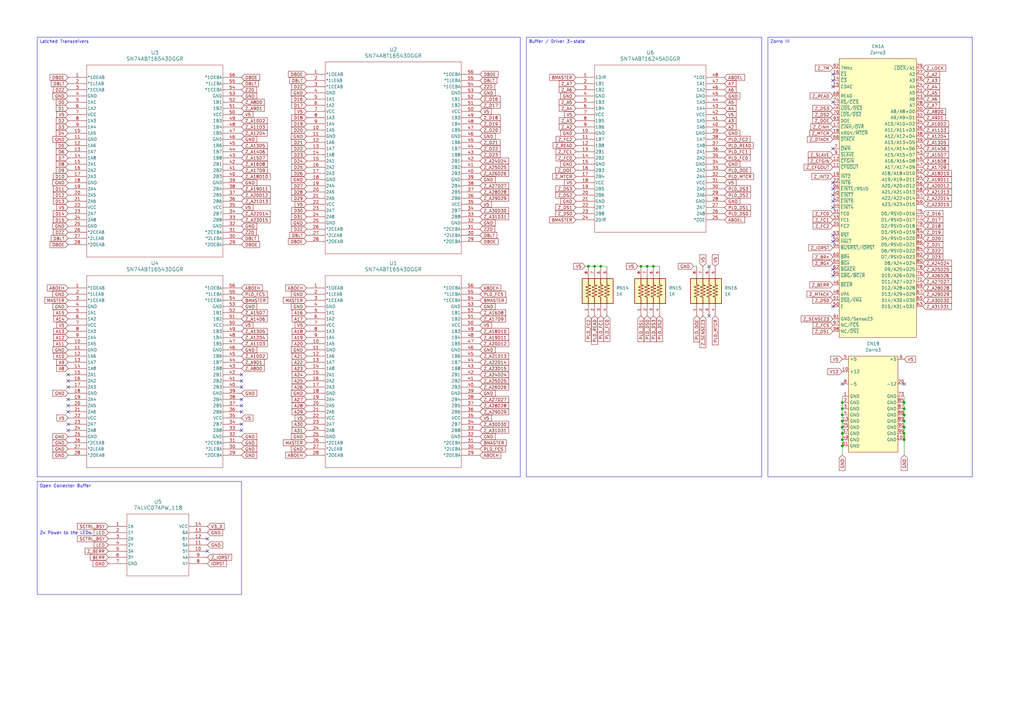
<source format=kicad_sch>
(kicad_sch (version 20250114) (generator "eeschema") (generator_version "9.0")
  (paper "A3")
  (title_block (title "A4092") (date "2026-01-08") (rev "REV C") (company "amiga.technology"))
  (text "2x Power to the LEDs." (at 27.178 218.694 0) (effects (font (size 1.27 1.27))))
  (text_box "Buffer / Driver 3-state\n" (at 215.9 15.24 0) (size 96.52 180.34) (margins 0.9525 0.9525 0.9525 0.9525) (effects (font (size 1.27 1.27)) (justify left top)))
  (text_box "Latched Transceivers" (at 15.24 15.24 0) (size 198.12 180.34) (margins 0.9525 0.9525 0.9525 0.9525) (effects (font (size 1.27 1.27)) (justify left top)))
  (text_box "Open Collector Buffer\n" (at 15.24 197.485 0) (size 83.82 46.355) (margins 0.9525 0.9525 0.9525 0.9525) (effects (font (size 1.27 1.27)) (justify left top)))
  (text_box "Zorro III" (at 314.96 15.24 0) (size 83.82 180.34) (margins 0.9525 0.9525 0.9525 0.9525) (effects (font (size 1.27 1.27)) (justify left top)))
  (junction (at 345.44 182.88))
  (junction (at 246.38 109.22))
  (junction (at 345.44 175.26))
  (junction (at 267.97 109.22))
  (junction (at 262.89 109.22))
  (junction (at 370.84 175.26))
  (junction (at 370.84 165.1))
  (junction (at 241.3 109.22))
  (junction (at 370.84 172.72))
  (junction (at 345.44 167.64))
  (junction (at 345.44 170.18))
  (junction (at 345.44 180.34))
  (junction (at 370.84 170.18))
  (junction (at 345.44 172.72))
  (junction (at 370.84 177.8))
  (junction (at 345.44 165.1))
  (junction (at 370.84 167.64))
  (junction (at 265.43 109.22))
  (junction (at 243.84 109.22))
  (junction (at 345.44 177.8))
  (junction (at 370.84 180.34))
  (no_connect (at 27.94 173.99))
  (no_connect (at 341.63 80.01))
  (no_connect (at 27.94 168.91))
  (no_connect (at 370.84 157.48))
  (no_connect (at 341.63 60.96))
  (no_connect (at 85.09 226.06))
  (no_connect (at 99.06 166.37))
  (no_connect (at 341.63 85.09))
  (no_connect (at 99.06 176.53))
  (no_connect (at 341.63 35.56))
  (no_connect (at 99.06 158.75))
  (no_connect (at 341.63 41.91))
  (no_connect (at 341.63 96.52))
  (no_connect (at 341.63 74.93))
  (no_connect (at 27.94 166.37))
  (no_connect (at 27.94 176.53))
  (no_connect (at 341.63 125.73))
  (no_connect (at 341.63 33.02))
  (no_connect (at 85.09 220.98))
  (no_connect (at 99.06 163.83))
  (no_connect (at 341.63 99.06))
  (no_connect (at 99.06 156.21))
  (no_connect (at 99.06 168.91))
  (no_connect (at 290.83 109.22))
  (no_connect (at 27.94 156.21))
  (no_connect (at 99.06 153.67))
  (no_connect (at 99.06 173.99))
  (no_connect (at 290.83 129.54))
  (no_connect (at 341.63 77.47))
  (no_connect (at 341.63 30.48))
  (no_connect (at 341.63 110.49))
  (no_connect (at 341.63 82.55))
  (no_connect (at 27.94 158.75))
  (no_connect (at 345.44 157.48))
  (no_connect (at 27.94 163.83))
  (no_connect (at 27.94 153.67))
  (no_connect (at 341.63 113.03))
  (wire (pts (xy 345.44 167.64) (xy 345.44 170.18)))
  (wire (pts (xy 345.44 180.34) (xy 345.44 182.88)))
  (wire (pts (xy 241.3 109.22) (xy 243.84 109.22)))
  (wire (pts (xy 370.84 180.34) (xy 370.84 186.69)))
  (wire (pts (xy 345.44 172.72) (xy 345.44 175.26)))
  (wire (pts (xy 243.84 109.22) (xy 246.38 109.22)))
  (wire (pts (xy 262.89 109.22) (xy 265.43 109.22)))
  (wire (pts (xy 240.03 109.22) (xy 241.3 109.22)))
  (wire (pts (xy 370.84 162.56) (xy 370.84 165.1)))
  (wire (pts (xy 246.38 109.22) (xy 248.92 109.22)))
  (wire (pts (xy 345.44 170.18) (xy 345.44 172.72)))
  (wire (pts (xy 370.84 170.18) (xy 370.84 172.72)))
  (wire (pts (xy 345.44 175.26) (xy 345.44 177.8)))
  (wire (pts (xy 265.43 109.22) (xy 267.97 109.22)))
  (wire (pts (xy 284.48 109.22) (xy 285.75 109.22)))
  (wire (pts (xy 267.97 109.22) (xy 270.51 109.22)))
  (wire (pts (xy 370.84 172.72) (xy 370.84 175.26)))
  (wire (pts (xy 370.84 167.64) (xy 370.84 170.18)))
  (wire (pts (xy 345.44 182.88) (xy 345.44 186.69)))
  (wire (pts (xy 345.44 165.1) (xy 345.44 167.64)))
  (wire (pts (xy 370.84 175.26) (xy 370.84 177.8)))
  (wire (pts (xy 370.84 177.8) (xy 370.84 180.34)))
  (wire (pts (xy 261.62 109.22) (xy 262.89 109.22)))
  (wire (pts (xy 345.44 177.8) (xy 345.44 180.34)))
  (wire (pts (xy 370.84 165.1) (xy 370.84 167.64)))
  (wire (pts (xy 345.44 162.56) (xy 345.44 165.1)))
  (global_label "D7" (shape input) (at 27.94 64.77 180) (property "Intersheetrefs" "${INTERSHEET_REFS}" (effects (hide yes))))
  (global_label "Z_DOE" (shape input) (at 341.63 49.53 180) (property "Intersheetrefs" "${INTERSHEET_REFS}" (effects (hide yes))))
  (global_label "ABOEH" (shape input) (at 196.85 118.11 0) (property "Intersheetrefs" "${INTERSHEET_REFS}" (effects (hide yes))))
  (global_label "V5" (shape input) (at 99.06 133.35 0) (property "Intersheetrefs" "${INTERSHEET_REFS}" (effects (hide yes))))
  (global_label "Z_A21D13" (shape input) (at 378.46 78.74 0) (property "Intersheetrefs" "${INTERSHEET_REFS}" (effects (hide yes))))
  (global_label "A9" (shape input) (at 27.94 148.59 180) (property "Intersheetrefs" "${INTERSHEET_REFS}" (effects (hide yes))))
  (global_label "V5" (shape input) (at 293.37 109.22 90) (property "Intersheetrefs" "${INTERSHEET_REFS}" (effects (hide yes))))
  (global_label "D23" (shape input) (at 125.73 63.5 180) (property "Intersheetrefs" "${INTERSHEET_REFS}" (effects (hide yes))))
  (global_label "Z_A11D3" (shape input) (at 99.06 140.97 0) (property "Intersheetrefs" "${INTERSHEET_REFS}" (effects (hide yes))))
  (global_label "D20" (shape input) (at 125.73 53.34 180) (property "Intersheetrefs" "${INTERSHEET_REFS}" (effects (hide yes))))
  (global_label "PLD_DS2" (shape input) (at 297.18 80.01 0) (property "Intersheetrefs" "${INTERSHEET_REFS}" (effects (hide yes))))
  (global_label "GND" (shape input) (at 85.09 223.52 0) (property "Intersheetrefs" "${INTERSHEET_REFS}" (effects (hide yes))))
  (global_label "Z_A18D10" (shape input) (at 99.06 72.39 0) (property "Intersheetrefs" "${INTERSHEET_REFS}" (effects (hide yes))))
  (global_label "Z_A30D30" (shape input) (at 378.46 123.19 0) (property "Intersheetrefs" "${INTERSHEET_REFS}" (effects (hide yes))))
  (global_label "GND" (shape input) (at 196.85 91.44 0) (property "Intersheetrefs" "${INTERSHEET_REFS}" (effects (hide yes))))
  (global_label "PLD_DS1" (shape input) (at 297.18 85.09 0) (property "Intersheetrefs" "${INTERSHEET_REFS}" (effects (hide yes))))
  (global_label "MASTER" (shape input) (at 125.73 123.19 180) (property "Intersheetrefs" "${INTERSHEET_REFS}" (effects (hide yes))))
  (global_label "Z2D" (shape input) (at 196.85 35.56 0) (property "Intersheetrefs" "${INTERSHEET_REFS}" (effects (hide yes))))
  (global_label "V5" (shape input) (at 27.94 46.99 180) (property "Intersheetrefs" "${INTERSHEET_REFS}" (effects (hide yes))))
  (global_label "D10" (shape input) (at 27.94 72.39 180) (property "Intersheetrefs" "${INTERSHEET_REFS}" (effects (hide yes))))
  (global_label "GND" (shape input) (at 125.73 120.65 180) (property "Intersheetrefs" "${INTERSHEET_REFS}" (effects (hide yes))))
  (global_label "GND" (shape input) (at 99.06 125.73 0) (property "Intersheetrefs" "${INTERSHEET_REFS}" (effects (hide yes))))
  (global_label "Z_D23" (shape input) (at 196.85 63.5 0) (property "Intersheetrefs" "${INTERSHEET_REFS}" (effects (hide yes))))
  (global_label "LED" (shape input) (at 44.45 218.44 180) (property "Intersheetrefs" "${INTERSHEET_REFS}" (effects (hide yes))))
  (global_label "D24" (shape input) (at 125.73 66.04 180) (property "Intersheetrefs" "${INTERSHEET_REFS}" (effects (hide yes))))
  (global_label "GND" (shape input) (at 196.85 143.51 0) (property "Intersheetrefs" "${INTERSHEET_REFS}" (effects (hide yes))))
  (global_label "Z_A22D14" (shape input) (at 378.46 81.28 0) (property "Intersheetrefs" "${INTERSHEET_REFS}" (effects (hide yes))))
  (global_label "D27" (shape input) (at 125.73 76.2 180) (property "Intersheetrefs" "${INTERSHEET_REFS}" (effects (hide yes))))
  (global_label "PLD_FC1" (shape input) (at 297.18 62.23 0) (property "Intersheetrefs" "${INTERSHEET_REFS}" (effects (hide yes))))
  (global_label "V3_3" (shape input) (at 85.09 215.9 0) (property "Intersheetrefs" "${INTERSHEET_REFS}" (effects (hide yes))))
  (global_label "Z_A19D11" (shape input) (at 196.85 138.43 0) (property "Intersheetrefs" "${INTERSHEET_REFS}" (effects (hide yes))))
  (global_label "D12" (shape input) (at 27.94 80.01 180) (property "Intersheetrefs" "${INTERSHEET_REFS}" (effects (hide yes))))
  (global_label "V5" (shape input) (at 236.22 46.99 180) (property "Intersheetrefs" "${INTERSHEET_REFS}" (effects (hide yes))))
  (global_label "Z_A26D26" (shape input) (at 196.85 158.75 0) (property "Intersheetrefs" "${INTERSHEET_REFS}" (effects (hide yes))))
  (global_label "Z_A8D0" (shape input) (at 99.06 151.13 0) (property "Intersheetrefs" "${INTERSHEET_REFS}" (effects (hide yes))))
  (global_label "V5" (shape input) (at 345.44 147.32 180) (property "Intersheetrefs" "${INTERSHEET_REFS}" (effects (hide yes))))
  (global_label "Z_CINH" (shape input) (at 341.63 52.07 180) (property "Intersheetrefs" "${INTERSHEET_REFS}" (effects (hide yes))))
  (global_label "DBOE" (shape input) (at 99.06 31.75 0) (property "Intersheetrefs" "${INTERSHEET_REFS}" (effects (hide yes))))
  (global_label "Z_A17D9" (shape input) (at 196.85 130.81 0) (property "Intersheetrefs" "${INTERSHEET_REFS}" (effects (hide yes))))
  (global_label "Z_A30D30" (shape input) (at 196.85 86.36 0) (property "Intersheetrefs" "${INTERSHEET_REFS}" (effects (hide yes))))
  (global_label "Z_A18D10" (shape input) (at 196.85 135.89 0) (property "Intersheetrefs" "${INTERSHEET_REFS}" (effects (hide yes))))
  (global_label "Z_MTCR" (shape input) (at 341.63 54.61 180) (property "Intersheetrefs" "${INTERSHEET_REFS}" (effects (hide yes))))
  (global_label "A20" (shape input) (at 125.73 140.97 180) (property "Intersheetrefs" "${INTERSHEET_REFS}" (effects (hide yes))))
  (global_label "Z_D22" (shape input) (at 378.46 102.87 0) (property "Intersheetrefs" "${INTERSHEET_REFS}" (effects (hide yes))))
  (global_label "DBLT" (shape input) (at 99.06 34.29 0) (property "Intersheetrefs" "${INTERSHEET_REFS}" (effects (hide yes))))
  (global_label "V5" (shape input) (at 99.06 46.99 0) (property "Intersheetrefs" "${INTERSHEET_REFS}" (effects (hide yes))))
  (global_label "A10" (shape input) (at 27.94 146.05 180) (property "Intersheetrefs" "${INTERSHEET_REFS}" (effects (hide yes))))
  (global_label "GND" (shape input) (at 27.94 57.15 180) (property "Intersheetrefs" "${INTERSHEET_REFS}" (effects (hide yes))))
  (global_label "DBOE" (shape input) (at 196.85 30.48 0) (property "Intersheetrefs" "${INTERSHEET_REFS}" (effects (hide yes))))
  (global_label "Z_A28D28" (shape input) (at 378.46 118.11 0) (property "Intersheetrefs" "${INTERSHEET_REFS}" (effects (hide yes))))
  (global_label "Z_D16" (shape input) (at 196.85 40.64 0) (property "Intersheetrefs" "${INTERSHEET_REFS}" (effects (hide yes))))
  (global_label "Z_A6" (shape input) (at 236.22 36.83 180) (property "Intersheetrefs" "${INTERSHEET_REFS}" (effects (hide yes))))
  (global_label "Z_FC2" (shape input) (at 341.63 92.71 180) (property "Intersheetrefs" "${INTERSHEET_REFS}" (effects (hide yes))))
  (global_label "Z_A2" (shape input) (at 236.22 52.07 180) (property "Intersheetrefs" "${INTERSHEET_REFS}" (effects (hide yes))))
  (global_label "A24" (shape input) (at 125.73 153.67 180) (property "Intersheetrefs" "${INTERSHEET_REFS}" (effects (hide yes))))
  (global_label "D30" (shape input) (at 125.73 86.36 180) (property "Intersheetrefs" "${INTERSHEET_REFS}" (effects (hide yes))))
  (global_label "Z_A24D24" (shape input) (at 196.85 153.67 0) (property "Intersheetrefs" "${INTERSHEET_REFS}" (effects (hide yes))))
  (global_label "Z_MTACK" (shape input) (at 341.63 120.65 180) (property "Intersheetrefs" "${INTERSHEET_REFS}" (effects (hide yes))))
  (global_label "A16" (shape input) (at 125.73 128.27 180) (property "Intersheetrefs" "${INTERSHEET_REFS}" (effects (hide yes))))
  (global_label "Z_D22" (shape input) (at 196.85 60.96 0) (property "Intersheetrefs" "${INTERSHEET_REFS}" (effects (hide yes))))
  (global_label "Z_A22D14" (shape input) (at 196.85 148.59 0) (property "Intersheetrefs" "${INTERSHEET_REFS}" (effects (hide yes))))
  (global_label "Z_DS2" (shape input) (at 236.22 80.01 180) (property "Intersheetrefs" "${INTERSHEET_REFS}" (effects (hide yes))))
  (global_label "Z_A15D7" (shape input) (at 99.06 128.27 0) (property "Intersheetrefs" "${INTERSHEET_REFS}" (effects (hide yes))))
  (global_label "A11" (shape input) (at 27.94 140.97 180) (property "Intersheetrefs" "${INTERSHEET_REFS}" (effects (hide yes))))
  (global_label "PLD_READ" (shape input) (at 243.84 129.54 270) (property "Intersheetrefs" "${INTERSHEET_REFS}" (effects (hide yes))))
  (global_label "Z_CFGIN" (shape input) (at 341.63 66.04 180) (property "Intersheetrefs" "${INTERSHEET_REFS}" (effects (hide yes))))
  (global_label "Z_D20" (shape input) (at 378.46 97.79 0) (property "Intersheetrefs" "${INTERSHEET_REFS}" (effects (hide yes))))
  (global_label "D17" (shape input) (at 125.73 43.18 180) (property "Intersheetrefs" "${INTERSHEET_REFS}" (effects (hide yes))))
  (global_label "Z_D18" (shape input) (at 378.46 92.71 0) (property "Intersheetrefs" "${INTERSHEET_REFS}" (effects (hide yes))))
  (global_label "DBLT" (shape input) (at 99.06 97.79 0) (property "Intersheetrefs" "${INTERSHEET_REFS}" (effects (hide yes))))
  (global_label "GND" (shape input) (at 125.73 38.1 180) (property "Intersheetrefs" "${INTERSHEET_REFS}" (effects (hide yes))))
  (global_label "Z_READ" (shape input) (at 341.63 39.37 180) (property "Intersheetrefs" "${INTERSHEET_REFS}" (effects (hide yes))))
  (global_label "Z_A3" (shape input) (at 378.46 33.02 0) (property "Intersheetrefs" "${INTERSHEET_REFS}" (effects (hide yes))))
  (global_label "BMASTER" (shape input) (at 196.85 181.61 0) (property "Intersheetrefs" "${INTERSHEET_REFS}" (effects (hide yes))))
  (global_label "GND" (shape input) (at 196.85 73.66 0) (property "Intersheetrefs" "${INTERSHEET_REFS}" (effects (hide yes))))
  (global_label "DBLT" (shape input) (at 196.85 96.52 0) (property "Intersheetrefs" "${INTERSHEET_REFS}" (effects (hide yes))))
  (global_label "Z_A17D9" (shape input) (at 378.46 68.58 0) (property "Intersheetrefs" "${INTERSHEET_REFS}" (effects (hide yes))))
  (global_label "GND" (shape input) (at 99.06 179.07 0) (property "Intersheetrefs" "${INTERSHEET_REFS}" (effects (hide yes))))
  (global_label "A28" (shape input) (at 125.73 166.37 180) (property "Intersheetrefs" "${INTERSHEET_REFS}" (effects (hide yes))))
  (global_label "Z_SLAVE" (shape input) (at 341.63 63.5 180) (property "Intersheetrefs" "${INTERSHEET_REFS}" (effects (hide yes))))
  (global_label "V5" (shape input) (at 196.85 45.72 0) (property "Intersheetrefs" "${INTERSHEET_REFS}" (effects (hide yes))))
  (global_label "Z_BERR" (shape input) (at 341.63 116.84 180) (property "Intersheetrefs" "${INTERSHEET_REFS}" (effects (hide yes))))
  (global_label "GND" (shape input) (at 99.06 57.15 0) (property "Intersheetrefs" "${INTERSHEET_REFS}" (effects (hide yes))))
  (global_label "Z_A12D4" (shape input) (at 99.06 54.61 0) (property "Intersheetrefs" "${INTERSHEET_REFS}" (effects (hide yes))))
  (global_label "D14" (shape input) (at 27.94 87.63 180) (property "Intersheetrefs" "${INTERSHEET_REFS}" (effects (hide yes))))
  (global_label "Z_A31D31" (shape input) (at 378.46 125.73 0) (property "Intersheetrefs" "${INTERSHEET_REFS}" (effects (hide yes))))
  (global_label "D2Z" (shape input) (at 27.94 36.83 180) (property "Intersheetrefs" "${INTERSHEET_REFS}" (effects (hide yes))))
  (global_label "ABOEL" (shape input) (at 297.18 90.17 0) (property "Intersheetrefs" "${INTERSHEET_REFS}" (effects (hide yes))))
  (global_label "V5" (shape input) (at 297.18 74.93 0) (property "Intersheetrefs" "${INTERSHEET_REFS}" (effects (hide yes))))
  (global_label "GND" (shape input) (at 27.94 143.51 180) (property "Intersheetrefs" "${INTERSHEET_REFS}" (effects (hide yes))))
  (global_label "Z_D19" (shape input) (at 378.46 95.25 0) (property "Intersheetrefs" "${INTERSHEET_REFS}" (effects (hide yes))))
  (global_label "Z_A13D5" (shape input) (at 99.06 135.89 0) (property "Intersheetrefs" "${INTERSHEET_REFS}" (effects (hide yes))))
  (global_label "Z_DS3" (shape input) (at 341.63 44.45 180) (property "Intersheetrefs" "${INTERSHEET_REFS}" (effects (hide yes))))
  (global_label "V5" (shape input) (at 125.73 133.35 180) (property "Intersheetrefs" "${INTERSHEET_REFS}" (effects (hide yes))))
  (global_label "Z_A7" (shape input) (at 236.22 34.29 180) (property "Intersheetrefs" "${INTERSHEET_REFS}" (effects (hide yes))))
  (global_label "Z_A27D27" (shape input) (at 196.85 163.83 0) (property "Intersheetrefs" "${INTERSHEET_REFS}" (effects (hide yes))))
  (global_label "Z_A5" (shape input) (at 236.22 41.91 180) (property "Intersheetrefs" "${INTERSHEET_REFS}" (effects (hide yes))))
  (global_label "Z_A19D11" (shape input) (at 378.46 73.66 0) (property "Intersheetrefs" "${INTERSHEET_REFS}" (effects (hide yes))))
  (global_label "PLD_FCS" (shape input) (at 196.85 120.65 0) (property "Intersheetrefs" "${INTERSHEET_REFS}" (effects (hide yes))))
  (global_label "Z_FCS" (shape input) (at 341.63 133.35 180) (property "Intersheetrefs" "${INTERSHEET_REFS}" (effects (hide yes))))
  (global_label "Z_A30D30" (shape input) (at 196.85 173.99 0) (property "Intersheetrefs" "${INTERSHEET_REFS}" (effects (hide yes))))
  (global_label "Z_D19" (shape input) (at 196.85 50.8 0) (property "Intersheetrefs" "${INTERSHEET_REFS}" (effects (hide yes))))
  (global_label "GND" (shape input) (at 370.84 186.69 270) (property "Intersheetrefs" "${INTERSHEET_REFS}" (effects (hide yes))))
  (global_label "V5" (shape input) (at 196.85 171.45 0) (property "Intersheetrefs" "${INTERSHEET_REFS}" (effects (hide yes))))
  (global_label "Z_A10D2" (shape input) (at 99.06 49.53 0) (property "Intersheetrefs" "${INTERSHEET_REFS}" (effects (hide yes))))
  (global_label "Z_A17D9" (shape input) (at 99.06 69.85 0) (property "Intersheetrefs" "${INTERSHEET_REFS}" (effects (hide yes))))
  (global_label "Z_A21D13" (shape input) (at 99.06 82.55 0) (property "Intersheetrefs" "${INTERSHEET_REFS}" (effects (hide yes))))
  (global_label "D6" (shape input) (at 27.94 62.23 180) (property "Intersheetrefs" "${INTERSHEET_REFS}" (effects (hide yes))))
  (global_label "PLD_FC1" (shape input) (at 246.38 129.54 270) (property "Intersheetrefs" "${INTERSHEET_REFS}" (effects (hide yes))))
  (global_label "GND" (shape input) (at 236.22 54.61 180) (property "Intersheetrefs" "${INTERSHEET_REFS}" (effects (hide yes))))
  (global_label "A29" (shape input) (at 125.73 168.91 180) (property "Intersheetrefs" "${INTERSHEET_REFS}" (effects (hide yes))))
  (global_label "V5" (shape input) (at 236.22 74.93 180) (property "Intersheetrefs" "${INTERSHEET_REFS}" (effects (hide yes))))
  (global_label "GND" (shape input) (at 27.94 186.69 180) (property "Intersheetrefs" "${INTERSHEET_REFS}" (effects (hide yes))))
  (global_label "Z_A11D3" (shape input) (at 99.06 52.07 0) (property "Intersheetrefs" "${INTERSHEET_REFS}" (effects (hide yes))))
  (global_label "PLD_DOE" (shape input) (at 297.18 69.85 0) (property "Intersheetrefs" "${INTERSHEET_REFS}" (effects (hide yes))))
  (global_label "GND" (shape input) (at 99.06 186.69 0) (property "Intersheetrefs" "${INTERSHEET_REFS}" (effects (hide yes))))
  (global_label "A4" (shape input) (at 297.18 44.45 0) (property "Intersheetrefs" "${INTERSHEET_REFS}" (effects (hide yes))))
  (global_label "GND" (shape input) (at 297.18 54.61 0) (property "Intersheetrefs" "${INTERSHEET_REFS}" (effects (hide yes))))
  (global_label "BMASTER" (shape input) (at 99.06 123.19 0) (property "Intersheetrefs" "${INTERSHEET_REFS}" (effects (hide yes))))
  (global_label "LED" (shape input) (at 44.45 223.52 180) (property "Intersheetrefs" "${INTERSHEET_REFS}" (effects (hide yes))))
  (global_label "V5" (shape input) (at 99.06 171.45 0) (property "Intersheetrefs" "${INTERSHEET_REFS}" (effects (hide yes))))
  (global_label "A19" (shape input) (at 125.73 138.43 180) (property "Intersheetrefs" "${INTERSHEET_REFS}" (effects (hide yes))))
  (global_label "GND" (shape input) (at 27.94 39.37 180) (property "Intersheetrefs" "${INTERSHEET_REFS}" (effects (hide yes))))
  (global_label "V5" (shape input) (at 288.29 109.22 90) (property "Intersheetrefs" "${INTERSHEET_REFS}" (effects (hide yes))))
  (global_label "A25" (shape input) (at 125.73 156.21 180) (property "Intersheetrefs" "${INTERSHEET_REFS}" (effects (hide yes))))
  (global_label "D21" (shape input) (at 125.73 58.42 180) (property "Intersheetrefs" "${INTERSHEET_REFS}" (effects (hide yes))))
  (global_label "V5" (shape input) (at 125.73 83.82 180) (property "Intersheetrefs" "${INTERSHEET_REFS}" (effects (hide yes))))
  (global_label "PLD_FC2" (shape input) (at 297.18 57.15 0) (property "Intersheetrefs" "${INTERSHEET_REFS}" (effects (hide yes))))
  (global_label "PLD_FC0" (shape input) (at 248.92 129.54 270) (property "Intersheetrefs" "${INTERSHEET_REFS}" (effects (hide yes))))
  (global_label "Z_A9D1" (shape input) (at 99.06 148.59 0) (property "Intersheetrefs" "${INTERSHEET_REFS}" (effects (hide yes))))
  (global_label "GND" (shape input) (at 99.06 184.15 0) (property "Intersheetrefs" "${INTERSHEET_REFS}" (effects (hide yes))))
  (global_label "A2" (shape input) (at 297.18 52.07 0) (property "Intersheetrefs" "${INTERSHEET_REFS}" (effects (hide yes))))
  (global_label "Z_BERR" (shape input) (at 44.45 226.06 180) (property "Intersheetrefs" "${INTERSHEET_REFS}" (effects (hide yes))))
  (global_label "PLD_MTCR" (shape input) (at 293.37 129.54 270) (property "Intersheetrefs" "${INTERSHEET_REFS}" (effects (hide yes))))
  (global_label "GND" (shape input) (at 27.94 181.61 180) (property "Intersheetrefs" "${INTERSHEET_REFS}" (effects (hide yes))))
  (global_label "MASTER" (shape input) (at 27.94 123.19 180) (property "Intersheetrefs" "${INTERSHEET_REFS}" (effects (hide yes))))
  (global_label "ABOEL" (shape input) (at 297.18 31.75 0) (property "Intersheetrefs" "${INTERSHEET_REFS}" (effects (hide yes))))
  (global_label "D2" (shape input) (at 27.94 49.53 180) (property "Intersheetrefs" "${INTERSHEET_REFS}" (effects (hide yes))))
  (global_label "Z_A9D1" (shape input) (at 378.46 48.26 0) (property "Intersheetrefs" "${INTERSHEET_REFS}" (effects (hide yes))))
  (global_label "D19" (shape input) (at 125.73 50.8 180) (property "Intersheetrefs" "${INTERSHEET_REFS}" (effects (hide yes))))
  (global_label "Z_A14D6" (shape input) (at 378.46 60.96 0) (property "Intersheetrefs" "${INTERSHEET_REFS}" (effects (hide yes))))
  (global_label "PLD_DS3" (shape input) (at 297.18 77.47 0) (property "Intersheetrefs" "${INTERSHEET_REFS}" (effects (hide yes))))
  (global_label "Z_DS0" (shape input) (at 341.63 123.19 180) (property "Intersheetrefs" "${INTERSHEET_REFS}" (effects (hide yes))))
  (global_label "Z_A13D5" (shape input) (at 99.06 59.69 0) (property "Intersheetrefs" "${INTERSHEET_REFS}" (effects (hide yes))))
  (global_label "A6" (shape input) (at 297.18 36.83 0) (property "Intersheetrefs" "${INTERSHEET_REFS}" (effects (hide yes))))
  (global_label "Z_7M" (shape input) (at 341.63 27.94 180) (property "Intersheetrefs" "${INTERSHEET_REFS}" (effects (hide yes))))
  (global_label "Z_D23" (shape input) (at 378.46 105.41 0) (property "Intersheetrefs" "${INTERSHEET_REFS}" (effects (hide yes))))
  (global_label "A15" (shape input) (at 27.94 128.27 180) (property "Intersheetrefs" "${INTERSHEET_REFS}" (effects (hide yes))))
  (global_label "A12" (shape input) (at 27.94 138.43 180) (property "Intersheetrefs" "${INTERSHEET_REFS}" (effects (hide yes))))
  (global_label "Z_READ" (shape input) (at 236.22 59.69 180) (property "Intersheetrefs" "${INTERSHEET_REFS}" (effects (hide yes))))
  (global_label "D29" (shape input) (at 125.73 81.28 180) (property "Intersheetrefs" "${INTERSHEET_REFS}" (effects (hide yes))))
  (global_label "DBLT" (shape input) (at 125.73 33.02 180) (property "Intersheetrefs" "${INTERSHEET_REFS}" (effects (hide yes))))
  (global_label "PLD_MTCR" (shape input) (at 297.18 72.39 0) (property "Intersheetrefs" "${INTERSHEET_REFS}" (effects (hide yes))))
  (global_label "V5" (shape input) (at 99.06 85.09 0) (property "Intersheetrefs" "${INTERSHEET_REFS}" (effects (hide yes))))
  (global_label "GND" (shape input) (at 297.18 82.55 0) (property "Intersheetrefs" "${INTERSHEET_REFS}" (effects (hide yes))))
  (global_label "PLD_DS0" (shape input) (at 297.18 87.63 0) (property "Intersheetrefs" "${INTERSHEET_REFS}" (effects (hide yes))))
  (global_label "GND" (shape input) (at 99.06 143.51 0) (property "Intersheetrefs" "${INTERSHEET_REFS}" (effects (hide yes))))
  (global_label "DBLT" (shape input) (at 27.94 34.29 180) (property "Intersheetrefs" "${INTERSHEET_REFS}" (effects (hide yes))))
  (global_label "Z_A6" (shape input) (at 378.46 40.64 0) (property "Intersheetrefs" "${INTERSHEET_REFS}" (effects (hide yes))))
  (global_label "GND" (shape input) (at 297.18 67.31 0) (property "Intersheetrefs" "${INTERSHEET_REFS}" (effects (hide yes))))
  (global_label "BMASTER" (shape input) (at 236.22 31.75 180) (property "Intersheetrefs" "${INTERSHEET_REFS}" (effects (hide yes))))
  (global_label "GND" (shape input) (at 236.22 67.31 180) (property "Intersheetrefs" "${INTERSHEET_REFS}" (effects (hide yes))))
  (global_label "V5" (shape input) (at 27.94 133.35 180) (property "Intersheetrefs" "${INTERSHEET_REFS}" (effects (hide yes))))
  (global_label "GND" (shape input) (at 125.73 73.66 180) (property "Intersheetrefs" "${INTERSHEET_REFS}" (effects (hide yes))))
  (global_label "Z_A10D2" (shape input) (at 378.46 50.8 0) (property "Intersheetrefs" "${INTERSHEET_REFS}" (effects (hide yes))))
  (global_label "D2Z" (shape input) (at 125.73 35.56 180) (property "Intersheetrefs" "${INTERSHEET_REFS}" (effects (hide yes))))
  (global_label "Z_LOCK" (shape input) (at 378.46 27.94 0) (property "Intersheetrefs" "${INTERSHEET_REFS}" (effects (hide yes))))
  (global_label "V5" (shape input) (at 27.94 171.45 180) (property "Intersheetrefs" "${INTERSHEET_REFS}" (effects (hide yes))))
  (global_label "Z_BGn" (shape input) (at 341.63 107.95 180) (property "Intersheetrefs" "${INTERSHEET_REFS}" (effects (hide yes))))
  (global_label "Z_A8D0" (shape input) (at 99.06 41.91 0) (property "Intersheetrefs" "${INTERSHEET_REFS}" (effects (hide yes))))
  (global_label "Z_A29D29" (shape input) (at 378.46 120.65 0) (property "Intersheetrefs" "${INTERSHEET_REFS}" (effects (hide yes))))
  (global_label "Z_A29D29" (shape input) (at 196.85 168.91 0) (property "Intersheetrefs" "${INTERSHEET_REFS}" (effects (hide yes))))
  (global_label "D8" (shape input) (at 27.94 67.31 180) (property "Intersheetrefs" "${INTERSHEET_REFS}" (effects (hide yes))))
  (global_label "Z_DS3" (shape input) (at 236.22 77.47 180) (property "Intersheetrefs" "${INTERSHEET_REFS}" (effects (hide yes))))
  (global_label "DBOE" (shape input) (at 99.06 100.33 0) (property "Intersheetrefs" "${INTERSHEET_REFS}" (effects (hide yes))))
  (global_label "PLD_FC0" (shape input) (at 297.18 64.77 0) (property "Intersheetrefs" "${INTERSHEET_REFS}" (effects (hide yes))))
  (global_label "GND" (shape input) (at 345.44 186.69 270) (property "Intersheetrefs" "${INTERSHEET_REFS}" (effects (hide yes))))
  (global_label "Z_A23D15" (shape input) (at 196.85 151.13 0) (property "Intersheetrefs" "${INTERSHEET_REFS}" (effects (hide yes))))
  (global_label "D2Z" (shape input) (at 125.73 93.98 180) (property "Intersheetrefs" "${INTERSHEET_REFS}" (effects (hide yes))))
  (global_label "DBOE" (shape input) (at 27.94 100.33 180) (property "Intersheetrefs" "${INTERSHEET_REFS}" (effects (hide yes))))
  (global_label "A31" (shape input) (at 125.73 176.53 180) (property "Intersheetrefs" "${INTERSHEET_REFS}" (effects (hide yes))))
  (global_label "Z_A12D4" (shape input) (at 378.46 55.88 0) (property "Intersheetrefs" "${INTERSHEET_REFS}" (effects (hide yes))))
  (global_label "Z_A3" (shape input) (at 236.22 49.53 180) (property "Intersheetrefs" "${INTERSHEET_REFS}" (effects (hide yes))))
  (global_label "V5" (shape input) (at 261.62 109.22 180) (property "Intersheetrefs" "${INTERSHEET_REFS}" (effects (hide yes))))
  (global_label "Z_D21" (shape input) (at 378.46 100.33 0) (property "Intersheetrefs" "${INTERSHEET_REFS}" (effects (hide yes))))
  (global_label "GND" (shape input) (at 85.09 218.44 0) (property "Intersheetrefs" "${INTERSHEET_REFS}" (effects (hide yes))))
  (global_label "GND" (shape input) (at 99.06 161.29 0) (property "Intersheetrefs" "${INTERSHEET_REFS}" (effects (hide yes))))
  (global_label "Z_A31D31" (shape input) (at 196.85 88.9 0) (property "Intersheetrefs" "${INTERSHEET_REFS}" (effects (hide yes))))
  (global_label "DBOE" (shape input) (at 125.73 30.48 180) (property "Intersheetrefs" "${INTERSHEET_REFS}" (effects (hide yes))))
  (global_label "Z_A24D24" (shape input) (at 196.85 66.04 0) (property "Intersheetrefs" "${INTERSHEET_REFS}" (effects (hide yes))))
  (global_label "Z_D21" (shape input) (at 196.85 58.42 0) (property "Intersheetrefs" "${INTERSHEET_REFS}" (effects (hide yes))))
  (global_label "PLD_DS3" (shape input) (at 267.97 129.54 270) (property "Intersheetrefs" "${INTERSHEET_REFS}" (effects (hide yes))))
  (global_label "Z_A12D4" (shape input) (at 99.06 138.43 0) (property "Intersheetrefs" "${INTERSHEET_REFS}" (effects (hide yes))))
  (global_label "DBLT" (shape input) (at 125.73 96.52 180) (property "Intersheetrefs" "${INTERSHEET_REFS}" (effects (hide yes))))
  (global_label "GND" (shape input) (at 196.85 125.73 0) (property "Intersheetrefs" "${INTERSHEET_REFS}" (effects (hide yes))))
  (global_label "SCTRL_BSY" (shape input) (at 44.45 215.9 180) (property "Intersheetrefs" "${INTERSHEET_REFS}" (effects (hide yes))))
  (global_label "DBOE" (shape input) (at 27.94 31.75 180) (property "Intersheetrefs" "${INTERSHEET_REFS}" (effects (hide yes))))
  (global_label "GND" (shape input) (at 99.06 74.93 0) (property "Intersheetrefs" "${INTERSHEET_REFS}" (effects (hide yes))))
  (global_label "A13" (shape input) (at 27.94 135.89 180) (property "Intersheetrefs" "${INTERSHEET_REFS}" (effects (hide yes))))
  (global_label "Z_A25D25" (shape input) (at 196.85 156.21 0) (property "Intersheetrefs" "${INTERSHEET_REFS}" (effects (hide yes))))
  (global_label "GND" (shape input) (at 125.73 55.88 180) (property "Intersheetrefs" "${INTERSHEET_REFS}" (effects (hide yes))))
  (global_label "GND" (shape input) (at 125.73 125.73 180) (property "Intersheetrefs" "${INTERSHEET_REFS}" (effects (hide yes))))
  (global_label "GND" (shape input) (at 44.45 231.14 180) (property "Intersheetrefs" "${INTERSHEET_REFS}" (effects (hide yes))))
  (global_label "PLD_DOE" (shape input) (at 285.75 129.54 270) (property "Intersheetrefs" "${INTERSHEET_REFS}" (effects (hide yes))))
  (global_label "D5" (shape input) (at 27.94 59.69 180) (property "Intersheetrefs" "${INTERSHEET_REFS}" (effects (hide yes))))
  (global_label "A21" (shape input) (at 125.73 146.05 180) (property "Intersheetrefs" "${INTERSHEET_REFS}" (effects (hide yes))))
  (global_label "GND" (shape input) (at 99.06 39.37 0) (property "Intersheetrefs" "${INTERSHEET_REFS}" (effects (hide yes))))
  (global_label "Z_A8D0" (shape input) (at 378.46 45.72 0) (property "Intersheetrefs" "${INTERSHEET_REFS}" (effects (hide yes))))
  (global_label "GND" (shape input) (at 297.18 39.37 0) (property "Intersheetrefs" "${INTERSHEET_REFS}" (effects (hide yes))))
  (global_label "GND" (shape input) (at 125.73 143.51 180) (property "Intersheetrefs" "${INTERSHEET_REFS}" (effects (hide yes))))
  (global_label "ABOEH" (shape input) (at 27.94 118.11 180) (property "Intersheetrefs" "${INTERSHEET_REFS}" (effects (hide yes))))
  (global_label "GND" (shape input) (at 196.85 179.07 0) (property "Intersheetrefs" "${INTERSHEET_REFS}" (effects (hide yes))))
  (global_label "Z_A21D13" (shape input) (at 196.85 146.05 0) (property "Intersheetrefs" "${INTERSHEET_REFS}" (effects (hide yes))))
  (global_label "GND" (shape input) (at 125.73 184.15 180) (property "Intersheetrefs" "${INTERSHEET_REFS}" (effects (hide yes))))
  (global_label "Z_SENSEZ3" (shape input) (at 288.29 129.54 270) (property "Intersheetrefs" "${INTERSHEET_REFS}" (effects (hide yes))))
  (global_label "V5" (shape input) (at 125.73 45.72 180) (property "Intersheetrefs" "${INTERSHEET_REFS}" (effects (hide yes))))
  (global_label "Z_DOE" (shape input) (at 236.22 69.85 180) (property "Intersheetrefs" "${INTERSHEET_REFS}" (effects (hide yes))))
  (global_label "Z_FC0" (shape input) (at 341.63 87.63 180) (property "Intersheetrefs" "${INTERSHEET_REFS}" (effects (hide yes))))
  (global_label "PLD_FCS" (shape input) (at 196.85 184.15 0) (property "Intersheetrefs" "${INTERSHEET_REFS}" (effects (hide yes))))
  (global_label "D25" (shape input) (at 125.73 68.58 180) (property "Intersheetrefs" "${INTERSHEET_REFS}" (effects (hide yes))))
  (global_label "Z_DS1" (shape input) (at 341.63 135.89 180) (property "Intersheetrefs" "${INTERSHEET_REFS}" (effects (hide yes))))
  (global_label "Z_A5" (shape input) (at 378.46 38.1 0) (property "Intersheetrefs" "${INTERSHEET_REFS}" (effects (hide yes))))
  (global_label "PLD_DS1" (shape input) (at 262.89 129.54 270) (property "Intersheetrefs" "${INTERSHEET_REFS}" (effects (hide yes))))
  (global_label "GND" (shape input) (at 196.85 38.1 0) (property "Intersheetrefs" "${INTERSHEET_REFS}" (effects (hide yes))))
  (global_label "ABOEH" (shape input) (at 125.73 118.11 180) (property "Intersheetrefs" "${INTERSHEET_REFS}" (effects (hide yes))))
  (global_label "Z_DS0" (shape input) (at 236.22 87.63 180) (property "Intersheetrefs" "${INTERSHEET_REFS}" (effects (hide yes))))
  (global_label "A26" (shape input) (at 125.73 158.75 180) (property "Intersheetrefs" "${INTERSHEET_REFS}" (effects (hide yes))))
  (global_label "Z_FC0" (shape input) (at 236.22 64.77 180) (property "Intersheetrefs" "${INTERSHEET_REFS}" (effects (hide yes))))
  (global_label "A8" (shape input) (at 27.94 151.13 180) (property "Intersheetrefs" "${INTERSHEET_REFS}" (effects (hide yes))))
  (global_label "Z2D" (shape input) (at 99.06 95.25 0) (property "Intersheetrefs" "${INTERSHEET_REFS}" (effects (hide yes))))
  (global_label "PLD_FC2" (shape input) (at 241.3 129.54 270) (property "Intersheetrefs" "${INTERSHEET_REFS}" (effects (hide yes))))
  (global_label "Z_MTCR" (shape input) (at 236.22 72.39 180) (property "Intersheetrefs" "${INTERSHEET_REFS}" (effects (hide yes))))
  (global_label "V12" (shape input) (at 345.44 152.4 180) (property "Intersheetrefs" "${INTERSHEET_REFS}" (effects (hide yes))))
  (global_label "Z_A26D26" (shape input) (at 378.46 113.03 0) (property "Intersheetrefs" "${INTERSHEET_REFS}" (effects (hide yes))))
  (global_label "GND" (shape input) (at 125.73 91.44 180) (property "Intersheetrefs" "${INTERSHEET_REFS}" (effects (hide yes))))
  (global_label "Z_A10D2" (shape input) (at 99.06 146.05 0) (property "Intersheetrefs" "${INTERSHEET_REFS}" (effects (hide yes))))
  (global_label "SCTRL_BSY" (shape input) (at 44.45 220.98 180) (property "Intersheetrefs" "${INTERSHEET_REFS}" (effects (hide yes))))
  (global_label "ABOEH" (shape input) (at 99.06 118.11 0) (property "Intersheetrefs" "${INTERSHEET_REFS}" (effects (hide yes))))
  (global_label "GND" (shape input) (at 236.22 39.37 180) (property "Intersheetrefs" "${INTERSHEET_REFS}" (effects (hide yes))))
  (global_label "Z_A27D27" (shape input) (at 378.46 115.57 0) (property "Intersheetrefs" "${INTERSHEET_REFS}" (effects (hide yes))))
  (global_label "D2Z" (shape input) (at 27.94 95.25 180) (property "Intersheetrefs" "${INTERSHEET_REFS}" (effects (hide yes))))
  (global_label "GND" (shape input) (at 27.94 184.15 180) (property "Intersheetrefs" "${INTERSHEET_REFS}" (effects (hide yes))))
  (global_label "PLD_FCS" (shape input) (at 99.06 120.65 0) (property "Intersheetrefs" "${INTERSHEET_REFS}" (effects (hide yes))))
  (global_label "Z_D20" (shape input) (at 196.85 53.34 0) (property "Intersheetrefs" "${INTERSHEET_REFS}" (effects (hide yes))))
  (global_label "Z_D17" (shape input) (at 378.46 90.17 0) (property "Intersheetrefs" "${INTERSHEET_REFS}" (effects (hide yes))))
  (global_label "Z_A23D15" (shape input) (at 99.06 90.17 0) (property "Intersheetrefs" "${INTERSHEET_REFS}" (effects (hide yes))))
  (global_label "PLD_DS0" (shape input) (at 265.43 129.54 270) (property "Intersheetrefs" "${INTERSHEET_REFS}" (effects (hide yes))))
  (global_label "Z_A4" (shape input) (at 236.22 44.45 180) (property "Intersheetrefs" "${INTERSHEET_REFS}" (effects (hide yes))))
  (global_label "Z_DTACK" (shape input) (at 341.63 57.15 180) (property "Intersheetrefs" "${INTERSHEET_REFS}" (effects (hide yes))))
  (global_label "Z_A22D14" (shape input) (at 99.06 87.63 0) (property "Intersheetrefs" "${INTERSHEET_REFS}" (effects (hide yes))))
  (global_label "Z2D" (shape input) (at 99.06 36.83 0) (property "Intersheetrefs" "${INTERSHEET_REFS}" (effects (hide yes))))
  (global_label "Z_FC1" (shape input) (at 236.22 62.23 180) (property "Intersheetrefs" "${INTERSHEET_REFS}" (effects (hide yes))))
  (global_label "Z_A23D15" (shape input) (at 378.46 83.82 0) (property "Intersheetrefs" "${INTERSHEET_REFS}" (effects (hide yes))))
  (global_label "Z_IORST" (shape input) (at 341.63 101.6 180) (property "Intersheetrefs" "${INTERSHEET_REFS}" (effects (hide yes))))
  (global_label "A5" (shape input) (at 297.18 41.91 0) (property "Intersheetrefs" "${INTERSHEET_REFS}" (effects (hide yes))))
  (global_label "GND" (shape input) (at 236.22 82.55 180) (property "Intersheetrefs" "${INTERSHEET_REFS}" (effects (hide yes))))
  (global_label "Z_BRn" (shape input) (at 341.63 105.41 180) (property "Intersheetrefs" "${INTERSHEET_REFS}" (effects (hide yes))))
  (global_label "GND" (shape input) (at 99.06 181.61 0) (property "Intersheetrefs" "${INTERSHEET_REFS}" (effects (hide yes))))
  (global_label "Z_A20D12" (shape input) (at 99.06 80.01 0) (property "Intersheetrefs" "${INTERSHEET_REFS}" (effects (hide yes))))
  (global_label "V5" (shape input) (at 125.73 171.45 180) (property "Intersheetrefs" "${INTERSHEET_REFS}" (effects (hide yes))))
  (global_label "A7" (shape input) (at 297.18 34.29 0) (property "Intersheetrefs" "${INTERSHEET_REFS}" (effects (hide yes))))
  (global_label "Z_A13D5" (shape input) (at 378.46 58.42 0) (property "Intersheetrefs" "${INTERSHEET_REFS}" (effects (hide yes))))
  (global_label "GND" (shape input) (at 284.48 109.22 180) (property "Intersheetrefs" "${INTERSHEET_REFS}" (effects (hide yes))))
  (global_label "A17" (shape input) (at 125.73 130.81 180) (property "Intersheetrefs" "${INTERSHEET_REFS}" (effects (hide yes))))
  (global_label "Z_A28D28" (shape input) (at 196.85 78.74 0) (property "Intersheetrefs" "${INTERSHEET_REFS}" (effects (hide yes))))
  (global_label "V5" (shape input) (at 240.03 109.22 180) (property "Intersheetrefs" "${INTERSHEET_REFS}" (effects (hide yes))))
  (global_label "V5" (shape input) (at 297.18 46.99 0) (property "Intersheetrefs" "${INTERSHEET_REFS}" (effects (hide yes))))
  (global_label "MASTER" (shape input) (at 125.73 181.61 180) (property "Intersheetrefs" "${INTERSHEET_REFS}" (effects (hide yes))))
  (global_label "Z_A16D8" (shape input) (at 99.06 67.31 0) (property "Intersheetrefs" "${INTERSHEET_REFS}" (effects (hide yes))))
  (global_label "IORST" (shape input) (at 85.09 231.14 0) (property "Intersheetrefs" "${INTERSHEET_REFS}" (effects (hide yes))))
  (global_label "Z_A26D26" (shape input) (at 196.85 71.12 0) (property "Intersheetrefs" "${INTERSHEET_REFS}" (effects (hide yes))))
  (global_label "Z_A15D7" (shape input) (at 378.46 63.5 0) (property "Intersheetrefs" "${INTERSHEET_REFS}" (effects (hide yes))))
  (global_label "D4" (shape input) (at 27.94 54.61 180) (property "Intersheetrefs" "${INTERSHEET_REFS}" (effects (hide yes))))
  (global_label "Z_A29D29" (shape input) (at 196.85 81.28 0) (property "Intersheetrefs" "${INTERSHEET_REFS}" (effects (hide yes))))
  (global_label "Z_A27D27" (shape input) (at 196.85 76.2 0) (property "Intersheetrefs" "${INTERSHEET_REFS}" (effects (hide yes))))
  (global_label "V5" (shape input) (at 370.84 147.32 0) (property "Intersheetrefs" "${INTERSHEET_REFS}" (effects (hide yes))))
  (global_label "Z_A20D12" (shape input) (at 378.46 76.2 0) (property "Intersheetrefs" "${INTERSHEET_REFS}" (effects (hide yes))))
  (global_label "GND" (shape input) (at 27.94 92.71 180) (property "Intersheetrefs" "${INTERSHEET_REFS}" (effects (hide yes))))
  (global_label "GND" (shape input) (at 27.94 161.29 180) (property "Intersheetrefs" "${INTERSHEET_REFS}" (effects (hide yes))))
  (global_label "Z_D16" (shape input) (at 378.46 87.63 0) (property "Intersheetrefs" "${INTERSHEET_REFS}" (effects (hide yes))))
  (global_label "Z_A24D24" (shape input) (at 378.46 107.95 0) (property "Intersheetrefs" "${INTERSHEET_REFS}" (effects (hide yes))))
  (global_label "D16" (shape input) (at 125.73 40.64 180) (property "Intersheetrefs" "${INTERSHEET_REFS}" (effects (hide yes))))
  (global_label "D26" (shape input) (at 125.73 71.12 180) (property "Intersheetrefs" "${INTERSHEET_REFS}" (effects (hide yes))))
  (global_label "BERR" (shape input) (at 44.45 228.6 180) (property "Intersheetrefs" "${INTERSHEET_REFS}" (effects (hide yes))))
  (global_label "PLD_DS2" (shape input) (at 270.51 129.54 270) (property "Intersheetrefs" "${INTERSHEET_REFS}" (effects (hide yes))))
  (global_label "GND" (shape input) (at 27.94 125.73 180) (property "Intersheetrefs" "${INTERSHEET_REFS}" (effects (hide yes))))
  (global_label "Z_D17" (shape input) (at 196.85 43.18 0) (property "Intersheetrefs" "${INTERSHEET_REFS}" (effects (hide yes))))
  (global_label "Z_A14D6" (shape input) (at 99.06 62.23 0) (property "Intersheetrefs" "${INTERSHEET_REFS}" (effects (hide yes))))
  (global_label "D11" (shape input) (at 27.94 77.47 180) (property "Intersheetrefs" "${INTERSHEET_REFS}" (effects (hide yes))))
  (global_label "V5" (shape input) (at 196.85 83.82 0) (property "Intersheetrefs" "${INTERSHEET_REFS}" (effects (hide yes))))
  (global_label "ABOEH" (shape input) (at 196.85 186.69 0) (property "Intersheetrefs" "${INTERSHEET_REFS}" (effects (hide yes))))
  (global_label "D0" (shape input) (at 27.94 41.91 180) (property "Intersheetrefs" "${INTERSHEET_REFS}" (effects (hide yes))))
  (global_label "DBOE" (shape input) (at 196.85 99.06 0) (property "Intersheetrefs" "${INTERSHEET_REFS}" (effects (hide yes))))
  (global_label "Z_A9D1" (shape input) (at 99.06 44.45 0) (property "Intersheetrefs" "${INTERSHEET_REFS}" (effects (hide yes))))
  (global_label "GND" (shape input) (at 27.94 179.07 180) (property "Intersheetrefs" "${INTERSHEET_REFS}" (effects (hide yes))))
  (global_label "Z_FC1" (shape input) (at 341.63 90.17 180) (property "Intersheetrefs" "${INTERSHEET_REFS}" (effects (hide yes))))
  (global_label "A18" (shape input) (at 125.73 135.89 180) (property "Intersheetrefs" "${INTERSHEET_REFS}" (effects (hide yes))))
  (global_label "Z_A19D11" (shape input) (at 99.06 77.47 0) (property "Intersheetrefs" "${INTERSHEET_REFS}" (effects (hide yes))))
  (global_label "PLD_READ" (shape input) (at 297.18 59.69 0) (property "Intersheetrefs" "${INTERSHEET_REFS}" (effects (hide yes))))
  (global_label "A30" (shape input) (at 125.73 173.99 180) (property "Intersheetrefs" "${INTERSHEET_REFS}" (effects (hide yes))))
  (global_label "GND" (shape input) (at 125.73 161.29 180) (property "Intersheetrefs" "${INTERSHEET_REFS}" (effects (hide yes))))
  (global_label "Z_A7" (shape input) (at 378.46 43.18 0) (property "Intersheetrefs" "${INTERSHEET_REFS}" (effects (hide yes))))
  (global_label "DBOE" (shape input) (at 125.73 99.06 180) (property "Intersheetrefs" "${INTERSHEET_REFS}" (effects (hide yes))))
  (global_label "GND" (shape input) (at 196.85 55.88 0) (property "Intersheetrefs" "${INTERSHEET_REFS}" (effects (hide yes))))
  (global_label "GND" (shape input) (at 27.94 74.93 180) (property "Intersheetrefs" "${INTERSHEET_REFS}" (effects (hide yes))))
  (global_label "Z2D" (shape input) (at 196.85 93.98 0) (property "Intersheetrefs" "${INTERSHEET_REFS}" (effects (hide yes))))
  (global_label "DBLT" (shape input) (at 196.85 33.02 0) (property "Intersheetrefs" "${INTERSHEET_REFS}" (effects (hide yes))))
  (global_label "Z_A16D8" (shape input) (at 378.46 66.04 0) (property "Intersheetrefs" "${INTERSHEET_REFS}" (effects (hide yes))))
  (global_label "V5" (shape input) (at 27.94 85.09 180) (property "Intersheetrefs" "${INTERSHEET_REFS}" (effects (hide yes))))
  (global_label "BMASTER" (shape input) (at 236.22 90.17 180) (property "Intersheetrefs" "${INTERSHEET_REFS}" (effects (hide yes))))
  (global_label "Z_A4" (shape input) (at 378.46 35.56 0) (property "Intersheetrefs" "${INTERSHEET_REFS}" (effects (hide yes))))
  (global_label "Z_A20D12" (shape input) (at 196.85 140.97 0) (property "Intersheetrefs" "${INTERSHEET_REFS}" (effects (hide yes))))
  (global_label "Z_A18D10" (shape input) (at 378.46 71.12 0) (property "Intersheetrefs" "${INTERSHEET_REFS}" (effects (hide yes))))
  (global_label "D15" (shape input) (at 27.94 90.17 180) (property "Intersheetrefs" "${INTERSHEET_REFS}" (effects (hide yes))))
  (global_label "Z_A16D8" (shape input) (at 196.85 128.27 0) (property "Intersheetrefs" "${INTERSHEET_REFS}" (effects (hide yes))))
  (global_label "A14" (shape input) (at 27.94 130.81 180) (property "Intersheetrefs" "${INTERSHEET_REFS}" (effects (hide yes))))
  (global_label "D18" (shape input) (at 125.73 48.26 180) (property "Intersheetrefs" "${INTERSHEET_REFS}" (effects (hide yes))))
  (global_label "A22" (shape input) (at 125.73 148.59 180) (property "Intersheetrefs" "${INTERSHEET_REFS}" (effects (hide yes))))
  (global_label "Z_SENSEZ3" (shape input) (at 341.63 130.81 180) (property "Intersheetrefs" "${INTERSHEET_REFS}" (effects (hide yes))))
  (global_label "Z_A25D25" (shape input) (at 378.46 110.49 0) (property "Intersheetrefs" "${INTERSHEET_REFS}" (effects (hide yes))))
  (global_label "Z_DS1" (shape input) (at 236.22 85.09 180) (property "Intersheetrefs" "${INTERSHEET_REFS}" (effects (hide yes))))
  (global_label "Z_DS2" (shape input) (at 341.63 46.99 180) (property "Intersheetrefs" "${INTERSHEET_REFS}" (effects (hide yes))))
  (global_label "D31" (shape input) (at 125.73 88.9 180) (property "Intersheetrefs" "${INTERSHEET_REFS}" (effects (hide yes))))
  (global_label "D3" (shape input) (at 27.94 52.07 180) (property "Intersheetrefs" "${INTERSHEET_REFS}" (effects (hide yes))))
  (global_label "GND" (shape input) (at 27.94 120.65 180) (property "Intersheetrefs" "${INTERSHEET_REFS}" (effects (hide yes))))
  (global_label "A3" (shape input) (at 297.18 49.53 0) (property "Intersheetrefs" "${INTERSHEET_REFS}" (effects (hide yes))))
  (global_label "D22" (shape input) (at 125.73 60.96 180) (property "Intersheetrefs" "${INTERSHEET_REFS}" (effects (hide yes))))
  (global_label "GND" (shape input) (at 196.85 161.29 0) (property "Intersheetrefs" "${INTERSHEET_REFS}" (effects (hide yes))))
  (global_label "A27" (shape input) (at 125.73 163.83 180) (property "Intersheetrefs" "${INTERSHEET_REFS}" (effects (hide yes))))
  (global_label "GND" (shape input) (at 125.73 179.07 180) (property "Intersheetrefs" "${INTERSHEET_REFS}" (effects (hide yes))))
  (global_label "Z_A31D31" (shape input) (at 196.85 176.53 0) (property "Intersheetrefs" "${INTERSHEET_REFS}" (effects (hide yes))))
  (global_label "Z_A15D7" (shape input) (at 99.06 64.77 0) (property "Intersheetrefs" "${INTERSHEET_REFS}" (effects (hide yes))))
  (global_label "A23" (shape input) (at 125.73 151.13 180) (property "Intersheetrefs" "${INTERSHEET_REFS}" (effects (hide yes))))
  (global_label "BMASTER" (shape input) (at 196.85 123.19 0) (property "Intersheetrefs" "${INTERSHEET_REFS}" (effects (hide yes))))
  (global_label "Z_A11D3" (shape input) (at 378.46 53.34 0) (property "Intersheetrefs" "${INTERSHEET_REFS}" (effects (hide yes))))
  (global_label "Z_CFGOUT" (shape input) (at 341.63 68.58 180) (property "Intersheetrefs" "${INTERSHEET_REFS}" (effects (hide yes))))
  (global_label "Z_A14D6" (shape input) (at 99.06 130.81 0) (property "Intersheetrefs" "${INTERSHEET_REFS}" (effects (hide yes))))
  (global_label "Z_A2" (shape input) (at 378.46 30.48 0) (property "Intersheetrefs" "${INTERSHEET_REFS}" (effects (hide yes))))
  (global_label "Z_INT2" (shape input) (at 341.63 72.39 180) (property "Intersheetrefs" "${INTERSHEET_REFS}" (effects (hide yes))))
  (global_label "Z_A25D25" (shape input) (at 196.85 68.58 0) (property "Intersheetrefs" "${INTERSHEET_REFS}" (effects (hide yes))))
  (global_label "D1" (shape input) (at 27.94 44.45 180) (property "Intersheetrefs" "${INTERSHEET_REFS}" (effects (hide yes))))
  (global_label "Z_D18" (shape input) (at 196.85 48.26 0) (property "Intersheetrefs" "${INTERSHEET_REFS}" (effects (hide yes))))
  (global_label "GND" (shape input) (at 99.06 92.71 0) (property "Intersheetrefs" "${INTERSHEET_REFS}" (effects (hide yes))))
  (global_label "D28" (shape input) (at 125.73 78.74 180) (property "Intersheetrefs" "${INTERSHEET_REFS}" (effects (hide yes))))
  (global_label "V5" (shape input) (at 196.85 133.35 0) (property "Intersheetrefs" "${INTERSHEET_REFS}" (effects (hide yes))))
  (global_label "DBLT" (shape input) (at 27.94 97.79 180) (property "Intersheetrefs" "${INTERSHEET_REFS}" (effects (hide yes))))
  (global_label "Z_IORST" (shape input) (at 85.09 228.6 0) (property "Intersheetrefs" "${INTERSHEET_REFS}" (effects (hide yes))))
  (global_label "Z_FC2" (shape input) (at 236.22 57.15 180) (property "Intersheetrefs" "${INTERSHEET_REFS}" (effects (hide yes))))
  (global_label "Z_A28D28" (shape input) (at 196.85 166.37 0) (property "Intersheetrefs" "${INTERSHEET_REFS}" (effects (hide yes))))
  (global_label "ABOEH" (shape input) (at 125.73 186.69 180) (property "Intersheetrefs" "${INTERSHEET_REFS}" (effects (hide yes))))
  (global_label "D9" (shape input) (at 27.94 69.85 180) (property "Intersheetrefs" "${INTERSHEET_REFS}" (effects (hide yes))))
  (global_label "D13" (shape input) (at 27.94 82.55 180) (property "Intersheetrefs" "${INTERSHEET_REFS}" (effects (hide yes))))
  (symbol (lib_id "YC324-FK-071KL:YC324-FK-071KL") (at 246.38 119.38 90) (unit 1)
    (property "Reference" "RN14" (at 252.73 118.1099 90) (effects (justify right)))
    (property "Value" "1K" (at 252.73 120.6499 90) (effects (justify right)))
    (property "Footprint" "CAY16_102J4LF:BO_CAY16" (effects (hide yes)))
    (property "MAXIMUM_PACKAGE_HEIGHT" "0.7 mm" (effects (hide yes)))
    (property "PARTREV" "V.9" (effects (hide yes)))
    (property "MANUFACTURER" "Yageo" (effects (hide yes)))
    (property "SNAPEDA_PACKAGE_ID" "22941" (effects (hide yes)))
    (property "STANDARD" "IPC 7351B" (effects (hide yes)))
    (property "LCSC Part #" "C784824" (effects (hide yes)))
    (property "FT Rotation Offset" "90" (effects (hide yes)))
  )
  (symbol (lib_id "YC324-FK-071KL:YC324-FK-071KL") (at 267.97 119.38 90) (unit 1)
    (property "Reference" "RN15" (at 274.32 118.1099 90) (effects (justify right)))
    (property "Value" "1K" (at 274.32 120.6499 90) (effects (justify right)))
    (property "Footprint" "CAY16_102J4LF:BO_CAY16" (effects (hide yes)))
    (property "MAXIMUM_PACKAGE_HEIGHT" "0.7 mm" (effects (hide yes)))
    (property "PARTREV" "V.9" (effects (hide yes)))
    (property "MANUFACTURER" "Yageo" (effects (hide yes)))
    (property "SNAPEDA_PACKAGE_ID" "22941" (effects (hide yes)))
    (property "STANDARD" "IPC 7351B" (effects (hide yes)))
    (property "LCSC Part #" "C784824" (effects (hide yes)))
    (property "FT Rotation Offset" "90" (effects (hide yes)))
  )
  (symbol (lib_name "SN74ABT16543DGGR_1") (lib_id "SN74ABT16543DGGR:SN74ABT16543DGGR") (at 125.73 118.11 0) (unit 1)
    (property "Reference" "U1" (at 161.29 107.95 0) (effects (font (size 1.524 1.524))))
    (property "Value" "SN74ABT16543DGGR" (at 161.29 110.49 0) (effects (font (size 1.524 1.524))))
    (property "Footprint" "SN74ABT16543DGGR:DGG56" (effects (hide yes)))
    (property "Datasheet" "https://www.ti.com/lit/ds/symlink/sn74abt16543.pdf" (effects (hide yes)))
    (property "LCSC Part #" "C2865087" (effects (hide yes)))
    (property "FT Rotation Offset" "270" (effects (hide yes)))
  )
  (symbol (lib_id "Zorro3:Zorro3") (at 359.41 80.01 0) (unit 1) (in_bom no)
    (property "Reference" "CN1" (at 360.045 19.05 0))
    (property "Value" "Zorro3" (at 360.045 21.59 0))
    (property "Footprint" "Zorro3:Zorro3-CardEdge" (effects (hide yes)))
  )
  (symbol (lib_id "SN74ABT16543DGGR:SN74ABT16543DGGR") (at 27.94 31.75 0) (unit 1)
    (property "Reference" "U3" (at 63.5 21.59 0) (effects (font (size 1.524 1.524))))
    (property "Value" "SN74ABT16543DGGR" (at 63.5 24.13 0) (effects (font (size 1.524 1.524))))
    (property "Footprint" "SN74ABT16543DGGR:DGG56" (effects (hide yes)))
    (property "Datasheet" "https://www.ti.com/lit/ds/symlink/sn74abt16543.pdf" (effects (hide yes)))
    (property "LCSC Part #" "C2865087" (effects (hide yes)))
    (property "FT Rotation Offset" "270" (effects (hide yes)))
  )
  (symbol (lib_name "SN74ABT16543DGGR_2") (lib_id "SN74ABT16543DGGR:SN74ABT16543DGGR") (at 27.94 118.11 0) (unit 1)
    (property "Reference" "U4" (at 63.5 107.95 0) (effects (font (size 1.524 1.524))))
    (property "Value" "SN74ABT16543DGGR" (at 63.5 110.49 0) (effects (font (size 1.524 1.524))))
    (property "Footprint" "SN74ABT16543DGGR:DGG56" (effects (hide yes)))
    (property "Datasheet" "https://www.ti.com/lit/ds/symlink/sn74abt16543.pdf" (effects (hide yes)))
    (property "LCSC Part #" "C2865087" (effects (hide yes)))
    (property "FT Rotation Offset" "270" (effects (hide yes)))
  )
  (symbol (lib_id "74LVC07APW_118:74LVC07APW_118") (at 44.45 215.9 0) (unit 1)
    (property "Reference" "U5" (at 64.77 205.74 0) (effects (font (size 1.524 1.524))))
    (property "Value" "74LVC07APW_118" (at 64.77 208.28 0) (effects (font (size 1.524 1.524))))
    (property "Footprint" "74LVC07APW_118:TSSOP14_5P1X4P5_NEX" (effects (hide yes)))
    (property "Datasheet" "74LVC07APW_118" (effects (hide yes)))
    (property "LCSC Part #" "C6051" (effects (hide yes)))
    (property "FT Rotation Offset" "270" (effects (hide yes)))
  )
  (symbol (lib_name "Zorro3_1") (lib_id "Zorro3:Zorro3") (at 358.14 166.37 0) (unit 2) (in_bom no)
    (property "Reference" "CN1" (at 358.14 140.97 0))
    (property "Value" "Zorro3" (at 358.14 143.51 0))
    (property "Footprint" "Zorro3:Zorro3-CardEdge" (effects (hide yes)))
  )
  (symbol (lib_id "YC324-FK-071KL:YC324-FK-071KL") (at 290.83 119.38 90) (unit 1)
    (property "Reference" "RN16" (at 297.18 118.1099 90) (effects (justify right)))
    (property "Value" "1K" (at 297.18 120.6499 90) (effects (justify right)))
    (property "Footprint" "CAY16_102J4LF:BO_CAY16" (effects (hide yes)))
    (property "MAXIMUM_PACKAGE_HEIGHT" "0.7 mm" (effects (hide yes)))
    (property "PARTREV" "V.9" (effects (hide yes)))
    (property "MANUFACTURER" "Yageo" (effects (hide yes)))
    (property "SNAPEDA_PACKAGE_ID" "22941" (effects (hide yes)))
    (property "STANDARD" "IPC 7351B" (effects (hide yes)))
    (property "LCSC Part #" "C784824" (effects (hide yes)))
    (property "FT Rotation Offset" "90" (effects (hide yes)))
  )
  (symbol (lib_id "SN74ABT16245ADGGR:SN74ABT16245ADGGR") (at 236.22 31.75 0) (unit 1)
    (property "Reference" "U6" (at 266.7 21.59 0) (effects (font (size 1.524 1.524))))
    (property "Value" "SN74ABT16245ADGGR" (at 266.7 24.13 0) (effects (font (size 1.524 1.524))))
    (property "Footprint" "SN74ABT16245ADGGR:DGG48" (effects (hide yes)))
    (property "Datasheet" "SN74ABT16245ADGGR" (effects (hide yes)))
    (property "LCSC Part #" "C130197" (effects (hide yes)))
    (property "FT Rotation Offset" "270" (effects (hide yes)))
  )
  (symbol (lib_name "SN74ABT16543DGGR_3") (lib_id "SN74ABT16543DGGR:SN74ABT16543DGGR") (at 125.73 30.48 0) (unit 1)
    (property "Reference" "U2" (at 161.29 20.32 0) (effects (font (size 1.524 1.524))))
    (property "Value" "SN74ABT16543DGGR" (at 161.29 22.86 0) (effects (font (size 1.524 1.524))))
    (property "Footprint" "SN74ABT16543DGGR:DGG56" (effects (hide yes)))
    (property "Datasheet" "https://www.ti.com/lit/ds/symlink/sn74abt16543.pdf" (effects (hide yes)))
    (property "LCSC Part #" "C2865087" (effects (hide yes)))
    (property "FT Rotation Offset" "270" (effects (hide yes)))
  )
)
</source>
